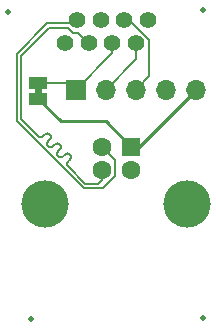
<source format=gbr>
G04 #@! TF.GenerationSoftware,KiCad,Pcbnew,(5.99.0-9812-gfee3c41c40)*
G04 #@! TF.CreationDate,2021-03-20T22:33:38-07:00*
G04 #@! TF.ProjectId,homebreakout,686f6d65-6272-4656-916b-6f75742e6b69,rev?*
G04 #@! TF.SameCoordinates,Original*
G04 #@! TF.FileFunction,Copper,L1,Top*
G04 #@! TF.FilePolarity,Positive*
%FSLAX46Y46*%
G04 Gerber Fmt 4.6, Leading zero omitted, Abs format (unit mm)*
G04 Created by KiCad (PCBNEW (5.99.0-9812-gfee3c41c40)) date 2021-03-20 22:33:38*
%MOMM*%
%LPD*%
G01*
G04 APERTURE LIST*
G04 #@! TA.AperFunction,SMDPad,CuDef*
%ADD10C,0.500000*%
G04 #@! TD*
G04 #@! TA.AperFunction,ComponentPad*
%ADD11R,1.700000X1.700000*%
G04 #@! TD*
G04 #@! TA.AperFunction,ComponentPad*
%ADD12O,1.700000X1.700000*%
G04 #@! TD*
G04 #@! TA.AperFunction,SMDPad,CuDef*
%ADD13R,1.500000X1.000000*%
G04 #@! TD*
G04 #@! TA.AperFunction,ComponentPad*
%ADD14C,1.397000*%
G04 #@! TD*
G04 #@! TA.AperFunction,ComponentPad*
%ADD15R,1.600000X1.600000*%
G04 #@! TD*
G04 #@! TA.AperFunction,ComponentPad*
%ADD16C,1.600000*%
G04 #@! TD*
G04 #@! TA.AperFunction,ComponentPad*
%ADD17C,4.000000*%
G04 #@! TD*
G04 #@! TA.AperFunction,Conductor*
%ADD18C,0.254000*%
G04 #@! TD*
G04 #@! TA.AperFunction,Conductor*
%ADD19C,0.203200*%
G04 #@! TD*
G04 #@! TA.AperFunction,Conductor*
%ADD20C,0.177800*%
G04 #@! TD*
G04 APERTURE END LIST*
G36*
X158288000Y-101970001D02*
G01*
X157688000Y-101970001D01*
X157688000Y-101470001D01*
X158288000Y-101470001D01*
X158288000Y-101970001D01*
G37*
D10*
X171958000Y-94869000D03*
X157353000Y-121031000D03*
X171958000Y-120904000D03*
X155448000Y-94996000D03*
D11*
X161163000Y-101600000D03*
D12*
X163703000Y-101600000D03*
X166243000Y-101600000D03*
X168783000Y-101600000D03*
X171323000Y-101600000D03*
D13*
X157988000Y-102370001D03*
X157988000Y-101070001D03*
D14*
X160274000Y-97663000D03*
X161274001Y-95662999D03*
X162274001Y-97663000D03*
X163274002Y-95662999D03*
X164274000Y-97663000D03*
X165274000Y-95662999D03*
X166274001Y-97663000D03*
X167274001Y-95662999D03*
D15*
X165862000Y-106426000D03*
D16*
X163362000Y-106426000D03*
X163362000Y-108426000D03*
X165862000Y-108426000D03*
D17*
X158612000Y-111286000D03*
X170612000Y-111286000D03*
D18*
X163703000Y-104267000D02*
X165862000Y-106426000D01*
X166497000Y-106426000D02*
X171323000Y-101600000D01*
X165862000Y-106426000D02*
X166497000Y-106426000D01*
X163703000Y-104267000D02*
X159884999Y-104267000D01*
X159884999Y-104267000D02*
X157988000Y-102370001D01*
D19*
X164274000Y-98489000D02*
X161163000Y-101600000D01*
X160633001Y-101070001D02*
X161163000Y-101600000D01*
X164274000Y-97663000D02*
X164274000Y-98489000D01*
X157988000Y-101070001D02*
X160633001Y-101070001D01*
D20*
X159075387Y-106467198D02*
X159008208Y-106467198D01*
X158969897Y-105392457D02*
X158917374Y-105350571D01*
X160956489Y-96774000D02*
X161385001Y-96774000D01*
X158856848Y-105321424D02*
X158791354Y-105306475D01*
X161385001Y-96774000D02*
X162274001Y-97663000D01*
X160455691Y-107767060D02*
X160484838Y-107706534D01*
X160242690Y-107089515D02*
X160102458Y-107229746D01*
X158658681Y-105321424D02*
X158598155Y-105350571D01*
X159923916Y-107315727D02*
X159856737Y-107315727D01*
X159055878Y-105571000D02*
X159040930Y-105505505D01*
X160440742Y-107899733D02*
X160440742Y-107832554D01*
X160614432Y-107047629D02*
X160553906Y-107018482D01*
X160295213Y-107047629D02*
X160242690Y-107089515D01*
X160049936Y-107271631D02*
X159989410Y-107300779D01*
X160752936Y-107268058D02*
X160737988Y-107202563D01*
X160708840Y-107461257D02*
X160737988Y-107400731D01*
X160488412Y-107003533D02*
X160421233Y-107003533D01*
X158758633Y-106070002D02*
X158787780Y-106009476D01*
X159253929Y-106381217D02*
X159201407Y-106423102D01*
X159055878Y-105638179D02*
X159055878Y-105571000D01*
X159889459Y-106354034D02*
X159860311Y-106293509D01*
X159818426Y-106665250D02*
X159860311Y-106612728D01*
X159860311Y-106293509D02*
X159818426Y-106240986D01*
X160102458Y-107229746D02*
X160049936Y-107271631D01*
X160523289Y-96340800D02*
X160956489Y-96774000D01*
X160666955Y-107513779D02*
X160708840Y-107461257D01*
X156514800Y-98752648D02*
X158926648Y-96340800D01*
X158969897Y-105816721D02*
X159011782Y-105764199D01*
X158405400Y-105532688D02*
X158352878Y-105574573D01*
X159011782Y-105444980D02*
X158969897Y-105392457D01*
X159765903Y-106199100D02*
X159705377Y-106169953D01*
X159040930Y-105703673D02*
X159055878Y-105638179D01*
X159446684Y-106199100D02*
X159394161Y-106240986D01*
X158292352Y-105603721D02*
X158226858Y-105618669D01*
X159592213Y-107051204D02*
X159592213Y-106984025D01*
X160484838Y-107706534D02*
X160526724Y-107654011D01*
X159040930Y-105505505D02*
X159011782Y-105444980D01*
X159904407Y-106419529D02*
X159889459Y-106354034D01*
X163362000Y-108426000D02*
X163362000Y-109257448D01*
X158882188Y-106423102D02*
X158829666Y-106381218D01*
X158787780Y-106328695D02*
X158758633Y-106268169D01*
X158743684Y-106202675D02*
X158743684Y-106135496D01*
X159607162Y-107116698D02*
X159592213Y-107051204D01*
X161998648Y-109550200D02*
X160526724Y-108078276D01*
X160752936Y-107335237D02*
X160752936Y-107268058D01*
X158758633Y-106268169D02*
X158743684Y-106202675D01*
X163362000Y-109257448D02*
X163069248Y-109550200D01*
X158094184Y-105603721D02*
X158033659Y-105574573D01*
X159639883Y-106155004D02*
X159572704Y-106155004D01*
X159572704Y-106155004D02*
X159507210Y-106169953D01*
X159678195Y-106805482D02*
X159818426Y-106665250D01*
X160553906Y-107018482D02*
X160488412Y-107003533D01*
X159889459Y-106552202D02*
X159904407Y-106486708D01*
X158829666Y-106381218D02*
X158787780Y-106328695D01*
X160455691Y-107965227D02*
X160440742Y-107899733D01*
X158926648Y-96340800D02*
X160523289Y-96340800D01*
X159394161Y-106240986D02*
X159253929Y-106381217D01*
X159507210Y-106169953D02*
X159446684Y-106199100D01*
X160440742Y-107832554D02*
X160455691Y-107767060D01*
X159678195Y-107229747D02*
X159636309Y-107177224D01*
X159607162Y-106918531D02*
X159636309Y-106858005D01*
X159636309Y-107177224D02*
X159607162Y-107116698D01*
X158917374Y-105350571D02*
X158856848Y-105321424D01*
X158033659Y-105574573D02*
X157981137Y-105532689D01*
X159818426Y-106240986D02*
X159765903Y-106199100D01*
X159140881Y-106452250D02*
X159075387Y-106467198D01*
X159592213Y-106984025D02*
X159607162Y-106918531D01*
X158942713Y-106452250D02*
X158882188Y-106423102D01*
X159989410Y-107300779D02*
X159923916Y-107315727D01*
X160526724Y-108078276D02*
X160484838Y-108025753D01*
X159705377Y-106169953D02*
X159639883Y-106155004D01*
X158829666Y-105956953D02*
X158969897Y-105816721D01*
X163069248Y-109550200D02*
X161998648Y-109550200D01*
X159856737Y-107315727D02*
X159791242Y-107300779D01*
X159860311Y-106612728D02*
X159889459Y-106552202D01*
X159011782Y-105764199D02*
X159040930Y-105703673D01*
X160526724Y-107654011D02*
X160666955Y-107513779D01*
X160666955Y-107089515D02*
X160614432Y-107047629D01*
X158226858Y-105618669D02*
X158159679Y-105618669D01*
X160421233Y-107003533D02*
X160355739Y-107018482D01*
X156514800Y-104066352D02*
X156514800Y-98752648D01*
X159008208Y-106467198D02*
X158942713Y-106452250D01*
X158352878Y-105574573D02*
X158292352Y-105603721D01*
X159730717Y-107271631D02*
X159678195Y-107229747D01*
X158159679Y-105618669D02*
X158094184Y-105603721D01*
X158787780Y-106009476D02*
X158829666Y-105956953D01*
X158743684Y-106135496D02*
X158758633Y-106070002D01*
X158791354Y-105306475D02*
X158724175Y-105306475D01*
X159791242Y-107300779D02*
X159730717Y-107271631D01*
X158598155Y-105350571D02*
X158545632Y-105392457D01*
X157981137Y-105532689D02*
X156514800Y-104066352D01*
X160708840Y-107142038D02*
X160666955Y-107089515D01*
X160355739Y-107018482D02*
X160295213Y-107047629D01*
X160737988Y-107400731D02*
X160752936Y-107335237D01*
X159636309Y-106858005D02*
X159678195Y-106805482D01*
X159904407Y-106486708D02*
X159904407Y-106419529D01*
X159201407Y-106423102D02*
X159140881Y-106452250D01*
X160737988Y-107202563D02*
X160708840Y-107142038D01*
X158724175Y-105306475D02*
X158658681Y-105321424D01*
X160484838Y-108025753D02*
X160455691Y-107965227D01*
X158545632Y-105392457D02*
X158405400Y-105532688D01*
X156159200Y-98605352D02*
X158779352Y-95985200D01*
X160951801Y-95985200D02*
X161274001Y-95663000D01*
X158779352Y-95985200D02*
X160951801Y-95985200D01*
X164465000Y-108901733D02*
X163460933Y-109905800D01*
X156159200Y-104213648D02*
X156159200Y-98605352D01*
X161851352Y-109905800D02*
X156159200Y-104213648D01*
X164465000Y-107529000D02*
X164465000Y-108901733D01*
X163460933Y-109905800D02*
X161851352Y-109905800D01*
X163362000Y-106426000D02*
X164465000Y-107529000D01*
X161274001Y-95663000D02*
X161274001Y-95662999D01*
D19*
X167386000Y-100457000D02*
X166243000Y-101600000D01*
X165274000Y-95662999D02*
X165683702Y-95662999D01*
X167386000Y-97365297D02*
X167386000Y-100457000D01*
X165683702Y-95662999D02*
X167386000Y-97365297D01*
X166274001Y-99028999D02*
X163703000Y-101600000D01*
X166274001Y-97663000D02*
X166274001Y-99028999D01*
M02*

</source>
